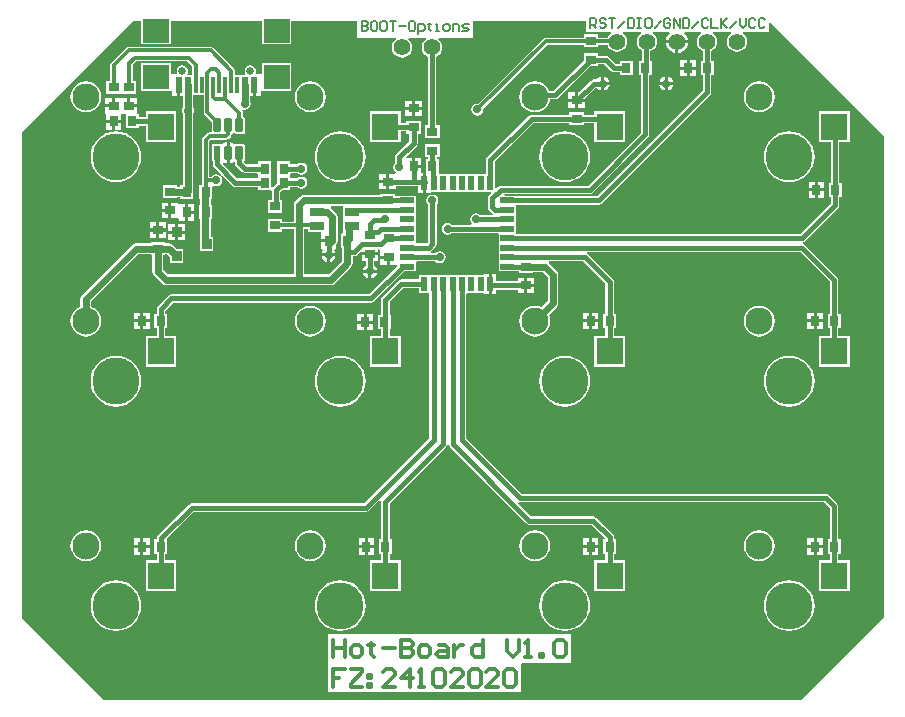
<source format=gtl>
G04*
G04 #@! TF.GenerationSoftware,Altium Limited,Altium Designer,19.1.8 (144)*
G04*
G04 Layer_Physical_Order=1*
G04 Layer_Color=255*
%FSLAX42Y42*%
%MOMM*%
G71*
G01*
G75*
%ADD26C,2.30*%
%ADD27R,2.30X2.30*%
%ADD28C,3.99*%
%ADD30R,0.60X1.35*%
%ADD31R,0.30X1.35*%
%ADD32R,2.18X2.00*%
%ADD33R,0.90X0.80*%
%ADD34R,0.80X0.90*%
%ADD35R,1.20X0.80*%
%ADD36R,0.89X0.89*%
%ADD37R,1.20X0.50*%
%ADD38R,0.50X1.20*%
G04:AMPARAMS|DCode=39|XSize=0.6mm|YSize=1.2mm|CornerRadius=0.06mm|HoleSize=0mm|Usage=FLASHONLY|Rotation=0.000|XOffset=0mm|YOffset=0mm|HoleType=Round|Shape=RoundedRectangle|*
%AMROUNDEDRECTD39*
21,1,0.60,1.08,0,0,0.0*
21,1,0.48,1.20,0,0,0.0*
1,1,0.12,0.24,-0.54*
1,1,0.12,-0.24,-0.54*
1,1,0.12,-0.24,0.54*
1,1,0.12,0.24,0.54*
%
%ADD39ROUNDEDRECTD39*%
%ADD40R,0.60X1.20*%
%ADD41C,0.40*%
%ADD42C,0.30*%
%ADD43C,0.60*%
%ADD44C,0.20*%
%ADD45C,0.18*%
%ADD46C,0.65*%
%ADD47C,1.40*%
%ADD48C,0.70*%
G36*
X2108Y2947D02*
X2093Y2936D01*
X2080Y2918D01*
X2071Y2897D01*
X2068Y2875D01*
X2071Y2853D01*
X2080Y2832D01*
X2093Y2814D01*
X2111Y2801D01*
X2119Y2798D01*
Y2710D01*
X2100D01*
Y2590D01*
X2119D01*
Y2460D01*
X1225Y1566D01*
X540D01*
Y1570D01*
X441D01*
X434Y1583D01*
X435Y1584D01*
X1160D01*
X1174Y1587D01*
X1185Y1595D01*
X1655Y2065D01*
X1663Y2076D01*
X1666Y2090D01*
Y2590D01*
X1685D01*
Y2710D01*
X1674D01*
Y2794D01*
X1689Y2801D01*
X1707Y2814D01*
X1720Y2832D01*
X1729Y2853D01*
X1732Y2875D01*
X1729Y2897D01*
X1720Y2918D01*
X1707Y2936D01*
X1692Y2947D01*
X1696Y2959D01*
X1833D01*
X1837Y2947D01*
X1832Y2943D01*
X1817Y2923D01*
X1807Y2900D01*
X1805Y2888D01*
X1900D01*
X1995D01*
X1993Y2900D01*
X1983Y2923D01*
X1968Y2943D01*
X1963Y2947D01*
X1967Y2959D01*
X2104D01*
X2108Y2947D01*
D02*
G37*
G36*
X1132Y2959D02*
X1342D01*
X1346Y2947D01*
X1331Y2936D01*
X1318Y2918D01*
X1314Y2908D01*
X1235D01*
Y2935D01*
X1115D01*
Y2908D01*
X788D01*
X776Y2906D01*
X766Y2899D01*
X216Y2350D01*
X210Y2351D01*
X190Y2347D01*
X174Y2336D01*
X163Y2320D01*
X159Y2300D01*
X163Y2280D01*
X174Y2264D01*
X190Y2253D01*
X210Y2249D01*
X230Y2253D01*
X246Y2264D01*
X257Y2280D01*
X261Y2300D01*
X260Y2306D01*
X800Y2847D01*
X1115D01*
Y2825D01*
X1235D01*
Y2847D01*
X1312D01*
X1318Y2832D01*
X1331Y2814D01*
X1349Y2801D01*
X1370Y2792D01*
X1392Y2789D01*
X1414Y2792D01*
X1435Y2801D01*
X1453Y2814D01*
X1466Y2832D01*
X1475Y2853D01*
X1478Y2875D01*
X1475Y2897D01*
X1466Y2918D01*
X1453Y2936D01*
X1438Y2947D01*
X1442Y2959D01*
X1596D01*
X1600Y2947D01*
X1585Y2936D01*
X1572Y2918D01*
X1563Y2897D01*
X1560Y2875D01*
X1563Y2853D01*
X1572Y2832D01*
X1585Y2814D01*
X1602Y2801D01*
Y2710D01*
X1575D01*
Y2590D01*
X1594D01*
Y2105D01*
X1145Y1656D01*
X410D01*
X396Y1653D01*
X385Y1645D01*
X372Y1632D01*
X360Y1637D01*
Y1750D01*
X356D01*
Y1855D01*
X685Y2184D01*
X990D01*
Y2165D01*
X1110D01*
Y2184D01*
X1201D01*
Y2024D01*
X1461D01*
Y2284D01*
X1201D01*
Y2256D01*
X1110D01*
Y2275D01*
X990D01*
Y2256D01*
X670D01*
X656Y2253D01*
X645Y2245D01*
X295Y1895D01*
X287Y1884D01*
X284Y1870D01*
Y1761D01*
X280Y1750D01*
X267Y1750D01*
X133D01*
X120Y1750D01*
X107Y1750D01*
X40Y1750D01*
X27Y1750D01*
X-40Y1750D01*
X-53Y1750D01*
X-108D01*
X-115Y1760D01*
Y1880D01*
X-134D01*
Y1895D01*
X-110D01*
Y2005D01*
X-230D01*
Y1895D01*
X-206D01*
Y1880D01*
X-225D01*
Y1760D01*
X-227D01*
Y1675D01*
Y1590D01*
X-201D01*
X-200Y1589D01*
X-191Y1587D01*
X-190Y1582D01*
X-192Y1575D01*
X-206Y1566D01*
X-217Y1550D01*
X-221Y1530D01*
X-217Y1510D01*
X-206Y1494D01*
X-206Y1494D01*
Y1175D01*
X-215Y1166D01*
X-299D01*
X-310Y1170D01*
X-310Y1183D01*
Y1237D01*
X-310Y1250D01*
X-310D01*
Y1250D01*
X-310D01*
Y1317D01*
X-310Y1330D01*
X-310D01*
Y1330D01*
X-310D01*
Y1410D01*
Y1477D01*
X-310Y1490D01*
X-310D01*
Y1490D01*
X-310D01*
Y1570D01*
X-460D01*
Y1566D01*
X-490D01*
Y1585D01*
X-610D01*
Y1576D01*
X-1260D01*
X-1278Y1572D01*
X-1292Y1562D01*
X-1332Y1522D01*
X-1342Y1508D01*
X-1346Y1490D01*
Y1351D01*
X-1440D01*
Y1375D01*
X-1560D01*
Y1265D01*
X-1440D01*
Y1289D01*
X-1346D01*
Y906D01*
X-2411D01*
X-2449Y944D01*
Y1065D01*
X-2435D01*
Y1074D01*
X-2418D01*
X-2396Y1053D01*
Y999D01*
X-2278D01*
Y1118D01*
X-2332D01*
X-2366Y1152D01*
X-2381Y1162D01*
X-2399Y1166D01*
X-2435D01*
Y1175D01*
X-2555D01*
Y1166D01*
X-2680D01*
X-2698Y1162D01*
X-2712Y1152D01*
X-3136Y728D01*
X-3146Y714D01*
X-3150Y696D01*
Y630D01*
X-3170Y621D01*
X-3197Y601D01*
X-3217Y574D01*
X-3231Y542D01*
X-3235Y508D01*
X-3231Y474D01*
X-3217Y442D01*
X-3197Y415D01*
X-3170Y395D01*
X-3138Y381D01*
X-3104Y377D01*
X-3070Y381D01*
X-3038Y395D01*
X-3011Y415D01*
X-2991Y442D01*
X-2977Y474D01*
X-2973Y508D01*
X-2977Y542D01*
X-2991Y574D01*
X-3011Y601D01*
X-3038Y621D01*
X-3058Y630D01*
Y677D01*
X-2661Y1074D01*
X-2555D01*
Y1065D01*
X-2541D01*
Y925D01*
X-2537Y907D01*
X-2527Y893D01*
X-2462Y828D01*
X-2448Y818D01*
X-2430Y814D01*
X-1030D01*
X-1012Y818D01*
X-998Y828D01*
X-858Y968D01*
X-848Y982D01*
X-844Y1000D01*
Y1059D01*
X-835D01*
X-821Y1062D01*
X-810Y1070D01*
X-782Y1097D01*
X-771Y1093D01*
X-700D01*
X-630D01*
Y1118D01*
X-621Y1121D01*
X-610Y1112D01*
Y1063D01*
X-540D01*
Y1050D01*
X-527D01*
Y985D01*
X-474D01*
X-468Y973D01*
X-705Y736D01*
X-2380D01*
X-2394Y733D01*
X-2405Y725D01*
X-2495Y635D01*
X-2503Y624D01*
X-2506Y610D01*
Y570D01*
X-2525D01*
Y450D01*
X-2506D01*
Y384D01*
X-2599D01*
Y124D01*
X-2339D01*
Y384D01*
X-2434D01*
Y450D01*
X-2415D01*
Y570D01*
X-2434D01*
Y595D01*
X-2365Y664D01*
X-690D01*
X-676Y667D01*
X-665Y675D01*
X-410Y930D01*
X-310D01*
Y997D01*
X-310Y1010D01*
X-299Y1014D01*
X-146D01*
X-146Y1014D01*
X-130Y1003D01*
X-110Y999D01*
X-90Y1003D01*
X-74Y1014D01*
X-63Y1030D01*
X-59Y1050D01*
X-63Y1070D01*
X-74Y1086D01*
X-90Y1097D01*
X-110Y1101D01*
X-130Y1097D01*
X-146Y1086D01*
X-146Y1086D01*
X-182D01*
X-184Y1089D01*
X-184Y1098D01*
X-175Y1105D01*
X-145Y1135D01*
X-137Y1146D01*
X-134Y1160D01*
Y1494D01*
X-134Y1494D01*
X-123Y1510D01*
X-119Y1530D01*
X-123Y1550D01*
X-134Y1566D01*
X-150Y1577D01*
X-170Y1581D01*
X-179Y1579D01*
X-182Y1582D01*
X-189Y1587D01*
X-188Y1589D01*
X-182Y1600D01*
X-53D01*
X-40Y1600D01*
X-27Y1600D01*
X40Y1600D01*
X53Y1600D01*
X120Y1600D01*
X133Y1600D01*
X267D01*
X280Y1600D01*
X293Y1600D01*
X323D01*
X328Y1588D01*
X311Y1572D01*
X304Y1560D01*
X301Y1547D01*
Y1473D01*
X304Y1460D01*
X311Y1448D01*
X335Y1425D01*
X344Y1418D01*
X344Y1409D01*
X342Y1406D01*
X236D01*
X236Y1406D01*
X220Y1417D01*
X200Y1421D01*
X180Y1417D01*
X164Y1406D01*
X153Y1390D01*
X149Y1370D01*
X153Y1350D01*
X161Y1338D01*
X155Y1326D01*
X-4D01*
X-4Y1326D01*
X-20Y1337D01*
X-40Y1341D01*
X-60Y1337D01*
X-76Y1326D01*
X-87Y1310D01*
X-91Y1290D01*
X-87Y1270D01*
X-76Y1254D01*
X-60Y1243D01*
X-40Y1239D01*
X-20Y1243D01*
X-4Y1254D01*
X-4Y1254D01*
X379D01*
X390Y1250D01*
X390Y1237D01*
X390Y1170D01*
X390Y1157D01*
Y1090D01*
Y1023D01*
X390Y1010D01*
X390D01*
Y1010D01*
X390D01*
Y930D01*
X540D01*
Y934D01*
X560D01*
Y915D01*
X680D01*
Y924D01*
X761D01*
X804Y881D01*
Y681D01*
X750Y626D01*
X730Y635D01*
X696Y639D01*
X662Y635D01*
X630Y621D01*
X603Y601D01*
X583Y574D01*
X569Y542D01*
X565Y508D01*
X569Y474D01*
X583Y442D01*
X603Y415D01*
X630Y395D01*
X662Y381D01*
X696Y377D01*
X730Y381D01*
X762Y395D01*
X789Y415D01*
X809Y442D01*
X823Y474D01*
X827Y508D01*
X823Y542D01*
X814Y562D01*
X882Y630D01*
X892Y644D01*
X896Y662D01*
Y900D01*
X892Y918D01*
X882Y932D01*
X813Y1002D01*
X814Y1005D01*
X818Y1014D01*
X1105D01*
X1295Y824D01*
Y570D01*
X1275D01*
Y450D01*
X1295D01*
Y384D01*
X1201D01*
Y124D01*
X1461D01*
Y384D01*
X1367D01*
Y450D01*
X1385D01*
Y570D01*
X1367D01*
Y839D01*
X1364Y853D01*
X1356Y864D01*
X1145Y1075D01*
X1136Y1082D01*
X1136Y1091D01*
X1138Y1094D01*
X2945D01*
X3195Y844D01*
Y570D01*
X3175D01*
Y450D01*
X3195D01*
Y384D01*
X3101D01*
Y124D01*
X3361D01*
Y384D01*
X3267D01*
Y450D01*
X3285D01*
Y570D01*
X3267D01*
Y859D01*
X3264Y873D01*
X3256Y884D01*
X2985Y1155D01*
X2974Y1163D01*
X2971Y1164D01*
Y1176D01*
X2974Y1177D01*
X2985Y1185D01*
X3265Y1465D01*
X3273Y1476D01*
X3276Y1490D01*
Y1560D01*
X3295D01*
Y1680D01*
X3276D01*
Y2024D01*
X3361D01*
Y2284D01*
X3101D01*
Y2024D01*
X3204D01*
Y1680D01*
X3185D01*
Y1560D01*
X3204D01*
Y1505D01*
X2945Y1246D01*
X551D01*
X540Y1250D01*
X540Y1263D01*
Y1317D01*
X540Y1330D01*
X540D01*
Y1330D01*
X540D01*
Y1410D01*
Y1490D01*
X551Y1494D01*
X1240D01*
X1254Y1497D01*
X1265Y1505D01*
X2180Y2420D01*
X2188Y2431D01*
X2191Y2445D01*
Y2590D01*
X2210D01*
Y2710D01*
X2190D01*
Y2798D01*
X2197Y2801D01*
X2215Y2814D01*
X2228Y2832D01*
X2237Y2853D01*
X2240Y2875D01*
X2237Y2897D01*
X2228Y2918D01*
X2215Y2936D01*
X2200Y2947D01*
X2204Y2959D01*
X2358D01*
X2362Y2947D01*
X2347Y2936D01*
X2334Y2918D01*
X2325Y2897D01*
X2322Y2875D01*
X2325Y2853D01*
X2334Y2832D01*
X2347Y2814D01*
X2365Y2801D01*
X2386Y2792D01*
X2408Y2789D01*
X2430Y2792D01*
X2451Y2801D01*
X2469Y2814D01*
X2482Y2832D01*
X2491Y2853D01*
X2494Y2875D01*
X2491Y2897D01*
X2482Y2918D01*
X2469Y2936D01*
X2454Y2947D01*
X2458Y2959D01*
X2678D01*
Y3032D01*
X2690Y3038D01*
X3649Y2079D01*
Y-2004D01*
X2954Y-2699D01*
X-2954D01*
X-3649Y-2004D01*
Y2104D01*
X-2704Y3049D01*
X-2635D01*
Y2853D01*
X-2387D01*
Y3049D01*
X-1613D01*
Y2853D01*
X-1365D01*
Y3049D01*
X-805D01*
Y2906D01*
X-482D01*
X-478Y2893D01*
X-488Y2886D01*
X-501Y2868D01*
X-510Y2847D01*
X-513Y2825D01*
X-510Y2803D01*
X-501Y2782D01*
X-488Y2764D01*
X-470Y2751D01*
X-449Y2742D01*
X-427Y2739D01*
X-405Y2742D01*
X-384Y2751D01*
X-366Y2764D01*
X-353Y2782D01*
X-344Y2803D01*
X-341Y2825D01*
X-344Y2847D01*
X-353Y2868D01*
X-366Y2886D01*
X-376Y2893D01*
X-372Y2906D01*
X-228D01*
X-224Y2893D01*
X-234Y2886D01*
X-247Y2868D01*
X-256Y2847D01*
X-259Y2825D01*
X-256Y2803D01*
X-247Y2782D01*
X-234Y2764D01*
X-216Y2751D01*
X-207Y2747D01*
Y2165D01*
X-230D01*
Y2055D01*
X-110D01*
Y2165D01*
X-136D01*
Y2748D01*
X-130Y2751D01*
X-112Y2764D01*
X-99Y2782D01*
X-90Y2803D01*
X-87Y2825D01*
X-90Y2847D01*
X-99Y2868D01*
X-112Y2886D01*
X-122Y2893D01*
X-118Y2906D01*
X171D01*
Y3049D01*
X1132D01*
Y2959D01*
D02*
G37*
G36*
X-930Y1380D02*
X-930D01*
Y1370D01*
X-930D01*
Y1260D01*
X-937Y1250D01*
X-945D01*
Y1130D01*
X-936D01*
Y1019D01*
X-1049Y906D01*
X-1254D01*
Y1289D01*
X-1220D01*
Y1260D01*
X-1115D01*
Y1203D01*
X-1050D01*
Y1177D01*
X-1115D01*
Y1120D01*
X-1105D01*
X-1098Y1107D01*
X-1107Y1094D01*
X-1109Y1083D01*
X-991D01*
X-993Y1094D01*
X-1002Y1107D01*
X-995Y1120D01*
X-985D01*
Y1162D01*
X-978Y1172D01*
X-974Y1190D01*
Y1390D01*
X-978Y1408D01*
X-988Y1422D01*
X-1028Y1462D01*
X-1031Y1465D01*
X-1033Y1482D01*
X-1032Y1484D01*
X-930D01*
Y1380D01*
D02*
G37*
%LPC*%
G36*
X1995Y2862D02*
X1913D01*
Y2780D01*
X1925Y2782D01*
X1948Y2792D01*
X1968Y2807D01*
X1983Y2827D01*
X1993Y2850D01*
X1995Y2862D01*
D02*
G37*
G36*
X1887D02*
X1805D01*
X1807Y2850D01*
X1817Y2827D01*
X1832Y2807D01*
X1852Y2792D01*
X1875Y2782D01*
X1887Y2780D01*
Y2862D01*
D02*
G37*
G36*
X2060Y2720D02*
X2008D01*
Y2663D01*
X2060D01*
Y2720D01*
D02*
G37*
G36*
X1982D02*
X1930D01*
Y2663D01*
X1982D01*
Y2720D01*
D02*
G37*
G36*
X2060Y2637D02*
X2008D01*
Y2580D01*
X2060D01*
Y2637D01*
D02*
G37*
G36*
X1982D02*
X1930D01*
Y2580D01*
X1982D01*
Y2637D01*
D02*
G37*
G36*
X1823Y2579D02*
Y2533D01*
X1869D01*
X1867Y2544D01*
X1854Y2564D01*
X1834Y2577D01*
X1823Y2579D01*
D02*
G37*
G36*
X1797D02*
X1786Y2577D01*
X1766Y2564D01*
X1753Y2544D01*
X1751Y2533D01*
X1797D01*
Y2579D01*
D02*
G37*
G36*
X1869Y2507D02*
X1823D01*
Y2461D01*
X1834Y2463D01*
X1854Y2476D01*
X1867Y2496D01*
X1869Y2507D01*
D02*
G37*
G36*
X1797D02*
X1751D01*
X1753Y2496D01*
X1766Y2476D01*
X1786Y2463D01*
X1797Y2461D01*
Y2507D01*
D02*
G37*
G36*
X1235Y2775D02*
X1115D01*
Y2715D01*
X856Y2457D01*
X816D01*
X809Y2474D01*
X789Y2501D01*
X762Y2521D01*
X730Y2535D01*
X696Y2539D01*
X662Y2535D01*
X630Y2521D01*
X603Y2501D01*
X583Y2474D01*
X569Y2442D01*
X565Y2408D01*
X569Y2374D01*
X583Y2342D01*
X603Y2315D01*
X630Y2295D01*
X662Y2281D01*
X696Y2277D01*
X730Y2281D01*
X762Y2295D01*
X789Y2315D01*
X809Y2342D01*
X823Y2374D01*
X824Y2385D01*
X871D01*
X885Y2388D01*
X896Y2396D01*
X1165Y2665D01*
X1235D01*
Y2684D01*
X1285D01*
X1345Y2625D01*
X1356Y2617D01*
X1370Y2614D01*
X1415D01*
Y2590D01*
X1525D01*
Y2710D01*
X1415D01*
Y2686D01*
X1385D01*
X1325Y2745D01*
X1314Y2753D01*
X1300Y2756D01*
X1235D01*
Y2775D01*
D02*
G37*
G36*
X-2048Y2833D02*
X-2048Y2833D01*
X-2742D01*
X-2754Y2831D01*
X-2764Y2824D01*
X-2764Y2824D01*
X-2892Y2697D01*
X-2898Y2687D01*
X-2901Y2675D01*
X-2901Y2675D01*
Y2545D01*
X-2930D01*
Y2435D01*
X-2810D01*
Y2435D01*
X-2800D01*
Y2435D01*
X-2680D01*
Y2545D01*
X-2709D01*
Y2677D01*
X-2677Y2709D01*
X-2248D01*
X-2206Y2667D01*
Y2590D01*
X-2240D01*
X-2247Y2603D01*
X-2244Y2606D01*
X-2241Y2625D01*
X-2244Y2644D01*
X-2255Y2659D01*
X-2270Y2670D01*
X-2289Y2673D01*
X-2308Y2670D01*
X-2323Y2659D01*
X-2334Y2644D01*
X-2337Y2625D01*
X-2335Y2613D01*
X-2344Y2600D01*
X-2374D01*
X-2375Y2600D01*
X-2387Y2603D01*
Y2690D01*
X-2635D01*
Y2460D01*
X-2388D01*
X-2387Y2460D01*
X-2375Y2457D01*
Y2415D01*
X-2333D01*
Y2508D01*
X-2307D01*
Y2415D01*
X-2286D01*
Y2311D01*
X-2287Y2310D01*
X-2291Y2290D01*
X-2287Y2270D01*
X-2286Y2269D01*
Y1660D01*
X-2305D01*
Y1648D01*
X-2333D01*
Y1660D01*
X-2452D01*
Y1550D01*
X-2333D01*
Y1557D01*
X-2305D01*
Y1540D01*
X-2195D01*
Y1606D01*
X-2194Y1610D01*
Y2269D01*
X-2193Y2270D01*
X-2189Y2290D01*
X-2193Y2310D01*
X-2194Y2311D01*
Y2425D01*
X-2106D01*
Y2275D01*
X-2106Y2275D01*
X-2103Y2263D01*
X-2097Y2253D01*
X-2040Y2197D01*
Y2111D01*
X-2045Y2106D01*
X-2057D01*
X-2069Y2103D01*
X-2079Y2097D01*
X-2079Y2097D01*
X-2112Y2064D01*
X-2118Y2054D01*
X-2121Y2042D01*
X-2121Y2042D01*
Y1700D01*
Y1660D01*
X-2145D01*
Y1540D01*
X-2137D01*
Y1490D01*
X-2145D01*
Y1370D01*
X-2137D01*
Y1219D01*
X-2142D01*
Y1101D01*
X-2024D01*
Y1219D01*
X-2046D01*
Y1370D01*
X-2035D01*
Y1490D01*
X-2046D01*
Y1540D01*
X-2035D01*
Y1648D01*
X-2022Y1655D01*
X-2020Y1653D01*
X-2000Y1649D01*
X-1980Y1653D01*
X-1964Y1664D01*
X-1953Y1680D01*
X-1949Y1700D01*
X-1953Y1720D01*
X-1963Y1734D01*
X-1953Y1743D01*
X-1865Y1655D01*
X-1854Y1647D01*
X-1840Y1644D01*
X-1645D01*
Y1620D01*
X-1543D01*
X-1533Y1616D01*
X-1531Y1609D01*
Y1535D01*
X-1560D01*
Y1425D01*
X-1440D01*
Y1535D01*
X-1459D01*
Y1600D01*
X-1440Y1620D01*
X-1375D01*
Y1644D01*
X-1316D01*
X-1316Y1644D01*
X-1300Y1633D01*
X-1280Y1629D01*
X-1260Y1633D01*
X-1244Y1644D01*
X-1233Y1660D01*
X-1229Y1680D01*
X-1233Y1700D01*
X-1244Y1716D01*
X-1260Y1727D01*
X-1280Y1731D01*
X-1300Y1727D01*
X-1316Y1716D01*
X-1316Y1716D01*
X-1366D01*
X-1375Y1725D01*
X-1375Y1740D01*
X-1375Y1755D01*
X-1366Y1764D01*
X-1316D01*
X-1316Y1764D01*
X-1300Y1753D01*
X-1280Y1749D01*
X-1260Y1753D01*
X-1244Y1764D01*
X-1233Y1780D01*
X-1229Y1800D01*
X-1233Y1820D01*
X-1244Y1836D01*
X-1260Y1847D01*
X-1280Y1851D01*
X-1300Y1847D01*
X-1316Y1836D01*
X-1316Y1836D01*
X-1375D01*
Y1860D01*
X-1485D01*
Y1753D01*
X-1485Y1740D01*
X-1485Y1727D01*
Y1675D01*
X-1520Y1640D01*
X-1522Y1637D01*
X-1535Y1641D01*
Y1727D01*
X-1535Y1740D01*
X-1535D01*
Y1740D01*
X-1535D01*
Y1860D01*
X-1645D01*
Y1836D01*
X-1745D01*
X-1762Y1853D01*
X-1766Y1866D01*
X-1761Y1873D01*
X-1760Y1881D01*
Y1989D01*
X-1761Y1997D01*
X-1766Y2004D01*
X-1773Y2009D01*
X-1781Y2010D01*
X-1829D01*
X-1837Y2009D01*
X-1853Y2012D01*
X-1853Y2012D01*
X-1864Y2019D01*
X-1876Y2021D01*
X-1887D01*
Y1935D01*
Y1849D01*
X-1876D01*
X-1864Y1851D01*
X-1853Y1858D01*
X-1841Y1854D01*
Y1845D01*
X-1838Y1831D01*
X-1830Y1820D01*
X-1785Y1775D01*
X-1774Y1767D01*
X-1760Y1764D01*
X-1654D01*
X-1645Y1755D01*
X-1645Y1740D01*
X-1645D01*
Y1740D01*
X-1645D01*
Y1716D01*
X-1825D01*
X-1950Y1840D01*
X-1947Y1851D01*
X-1940Y1854D01*
X-1940Y1854D01*
X-1936Y1851D01*
X-1924Y1849D01*
X-1913D01*
Y1935D01*
Y2021D01*
X-1924D01*
X-1936Y2019D01*
X-1940Y2016D01*
X-1950Y2010D01*
X-2040D01*
Y1860D01*
X-2031D01*
Y1835D01*
X-2028Y1821D01*
X-2020Y1810D01*
X-1957Y1747D01*
X-1966Y1737D01*
X-1980Y1747D01*
X-2000Y1751D01*
X-2020Y1747D01*
X-2036Y1736D01*
X-2040Y1731D01*
X-2059D01*
Y2030D01*
X-2045Y2044D01*
X-1918D01*
X-1918Y2044D01*
X-1906Y2047D01*
X-1896Y2053D01*
X-1878Y2071D01*
X-1878Y2071D01*
X-1872Y2081D01*
X-1870Y2091D01*
X-1868Y2091D01*
X-1861Y2096D01*
X-1860Y2098D01*
X-1845D01*
X-1844Y2096D01*
X-1837Y2091D01*
X-1829Y2090D01*
X-1781D01*
X-1773Y2091D01*
X-1766Y2096D01*
X-1761Y2103D01*
X-1760Y2111D01*
Y2219D01*
X-1761Y2227D01*
X-1766Y2234D01*
X-1773Y2239D01*
X-1774Y2239D01*
Y2273D01*
X-1777Y2284D01*
X-1781Y2290D01*
X-1774Y2302D01*
X-1760Y2299D01*
X-1740Y2303D01*
X-1724Y2314D01*
X-1713Y2330D01*
X-1709Y2350D01*
X-1713Y2370D01*
X-1714Y2371D01*
Y2415D01*
X-1693D01*
Y2508D01*
X-1667D01*
Y2415D01*
X-1625D01*
Y2457D01*
X-1613Y2460D01*
X-1612Y2460D01*
X-1365D01*
Y2690D01*
X-1613D01*
Y2603D01*
X-1625Y2600D01*
X-1626Y2600D01*
X-1656D01*
X-1665Y2613D01*
X-1663Y2625D01*
X-1666Y2644D01*
X-1677Y2659D01*
X-1692Y2670D01*
X-1711Y2673D01*
X-1730Y2670D01*
X-1745Y2659D01*
X-1756Y2644D01*
X-1759Y2625D01*
X-1756Y2606D01*
X-1753Y2603D01*
X-1760Y2590D01*
X-1844D01*
Y2630D01*
X-1844Y2630D01*
X-1847Y2642D01*
X-1853Y2652D01*
X-1853Y2652D01*
X-2026Y2824D01*
X-2036Y2831D01*
X-2048Y2833D01*
D02*
G37*
G36*
X1283Y2579D02*
Y2533D01*
X1329D01*
X1327Y2544D01*
X1314Y2564D01*
X1294Y2577D01*
X1283Y2579D01*
D02*
G37*
G36*
X1329Y2507D02*
X1283D01*
Y2461D01*
X1294Y2463D01*
X1314Y2476D01*
X1327Y2496D01*
X1329Y2507D01*
D02*
G37*
G36*
X1257Y2579D02*
X1246Y2577D01*
X1226Y2564D01*
X1221Y2556D01*
X1195D01*
X1181Y2553D01*
X1170Y2545D01*
X1070Y2445D01*
X1063D01*
Y2393D01*
X1120D01*
Y2395D01*
X1209Y2484D01*
X1222Y2483D01*
X1226Y2476D01*
X1246Y2463D01*
X1257Y2461D01*
Y2520D01*
Y2579D01*
D02*
G37*
G36*
X1037Y2445D02*
X980D01*
Y2393D01*
X1037D01*
Y2445D01*
D02*
G37*
G36*
X-2670Y2395D02*
X-2727D01*
Y2343D01*
X-2670D01*
Y2395D01*
D02*
G37*
G36*
X-2883D02*
X-2940D01*
Y2343D01*
X-2883D01*
Y2395D01*
D02*
G37*
G36*
X-260Y2375D02*
X-317D01*
Y2323D01*
X-260D01*
Y2375D01*
D02*
G37*
G36*
X-343D02*
X-400D01*
Y2323D01*
X-343D01*
Y2375D01*
D02*
G37*
G36*
X1120Y2367D02*
X1063D01*
Y2315D01*
X1120D01*
Y2367D01*
D02*
G37*
G36*
X1037D02*
X980D01*
Y2315D01*
X1037D01*
Y2367D01*
D02*
G37*
G36*
X2596Y2539D02*
X2562Y2535D01*
X2530Y2521D01*
X2503Y2501D01*
X2483Y2474D01*
X2469Y2442D01*
X2465Y2408D01*
X2469Y2374D01*
X2483Y2342D01*
X2503Y2315D01*
X2530Y2295D01*
X2562Y2281D01*
X2596Y2277D01*
X2630Y2281D01*
X2662Y2295D01*
X2689Y2315D01*
X2709Y2342D01*
X2723Y2374D01*
X2727Y2408D01*
X2723Y2442D01*
X2709Y2474D01*
X2689Y2501D01*
X2662Y2521D01*
X2630Y2535D01*
X2596Y2539D01*
D02*
G37*
G36*
X-1204D02*
X-1238Y2535D01*
X-1270Y2521D01*
X-1297Y2501D01*
X-1317Y2474D01*
X-1331Y2442D01*
X-1335Y2408D01*
X-1331Y2374D01*
X-1317Y2342D01*
X-1297Y2315D01*
X-1270Y2295D01*
X-1238Y2281D01*
X-1204Y2277D01*
X-1170Y2281D01*
X-1138Y2295D01*
X-1111Y2315D01*
X-1091Y2342D01*
X-1077Y2374D01*
X-1073Y2408D01*
X-1077Y2442D01*
X-1091Y2474D01*
X-1111Y2501D01*
X-1138Y2521D01*
X-1170Y2535D01*
X-1204Y2539D01*
D02*
G37*
G36*
X-3104D02*
X-3138Y2535D01*
X-3170Y2521D01*
X-3197Y2501D01*
X-3217Y2474D01*
X-3231Y2442D01*
X-3235Y2408D01*
X-3231Y2374D01*
X-3217Y2342D01*
X-3197Y2315D01*
X-3170Y2295D01*
X-3138Y2281D01*
X-3104Y2277D01*
X-3070Y2281D01*
X-3038Y2295D01*
X-3011Y2315D01*
X-2991Y2342D01*
X-2977Y2374D01*
X-2973Y2408D01*
X-2977Y2442D01*
X-2991Y2474D01*
X-3011Y2501D01*
X-3038Y2521D01*
X-3070Y2535D01*
X-3104Y2539D01*
D02*
G37*
G36*
X-260Y2297D02*
X-317D01*
Y2245D01*
X-260D01*
Y2297D01*
D02*
G37*
G36*
X-343D02*
X-400D01*
Y2245D01*
X-343D01*
Y2297D01*
D02*
G37*
G36*
X-2805Y2187D02*
X-2857D01*
Y2130D01*
X-2805D01*
Y2187D01*
D02*
G37*
G36*
X-2883D02*
X-2935D01*
Y2130D01*
X-2883D01*
Y2187D01*
D02*
G37*
G36*
X-2753Y2395D02*
X-2857D01*
Y2330D01*
X-2870D01*
Y2317D01*
X-2940D01*
Y2265D01*
X-2935D01*
Y2213D01*
X-2870D01*
X-2805D01*
Y2265D01*
X-2776D01*
X-2765Y2260D01*
X-2765Y2252D01*
Y2140D01*
X-2655D01*
Y2164D01*
X-2599D01*
Y2024D01*
X-2339D01*
Y2284D01*
X-2599D01*
Y2236D01*
X-2655D01*
Y2260D01*
X-2659D01*
X-2670Y2265D01*
X-2670Y2273D01*
Y2317D01*
X-2740D01*
Y2330D01*
X-2753D01*
Y2395D01*
D02*
G37*
G36*
X-265Y1890D02*
X-317D01*
Y1833D01*
X-265D01*
Y1890D01*
D02*
G37*
G36*
X-563Y1755D02*
X-620D01*
Y1703D01*
X-563D01*
Y1755D01*
D02*
G37*
G36*
X2850Y2115D02*
X2808Y2111D01*
X2768Y2099D01*
X2730Y2079D01*
X2698Y2052D01*
X2671Y2020D01*
X2651Y1982D01*
X2639Y1942D01*
X2635Y1900D01*
X2639Y1858D01*
X2651Y1818D01*
X2671Y1780D01*
X2698Y1748D01*
X2730Y1721D01*
X2768Y1701D01*
X2808Y1689D01*
X2850Y1685D01*
X2892Y1689D01*
X2932Y1701D01*
X2970Y1721D01*
X3002Y1748D01*
X3029Y1780D01*
X3049Y1818D01*
X3061Y1858D01*
X3065Y1900D01*
X3061Y1942D01*
X3049Y1982D01*
X3029Y2020D01*
X3002Y2052D01*
X2970Y2079D01*
X2932Y2099D01*
X2892Y2111D01*
X2850Y2115D01*
D02*
G37*
G36*
X950D02*
X908Y2111D01*
X868Y2099D01*
X830Y2079D01*
X798Y2052D01*
X771Y2020D01*
X751Y1982D01*
X739Y1942D01*
X735Y1900D01*
X739Y1858D01*
X751Y1818D01*
X771Y1780D01*
X798Y1748D01*
X830Y1721D01*
X868Y1701D01*
X908Y1689D01*
X950Y1685D01*
X992Y1689D01*
X1032Y1701D01*
X1070Y1721D01*
X1102Y1748D01*
X1129Y1780D01*
X1149Y1818D01*
X1161Y1858D01*
X1165Y1900D01*
X1161Y1942D01*
X1149Y1982D01*
X1129Y2020D01*
X1102Y2052D01*
X1070Y2079D01*
X1032Y2099D01*
X992Y2111D01*
X950Y2115D01*
D02*
G37*
G36*
X-950D02*
X-992Y2111D01*
X-1032Y2099D01*
X-1070Y2079D01*
X-1102Y2052D01*
X-1129Y2020D01*
X-1149Y1982D01*
X-1161Y1942D01*
X-1165Y1900D01*
X-1161Y1858D01*
X-1149Y1818D01*
X-1129Y1780D01*
X-1102Y1748D01*
X-1070Y1721D01*
X-1032Y1701D01*
X-992Y1689D01*
X-950Y1685D01*
X-908Y1689D01*
X-868Y1701D01*
X-830Y1721D01*
X-798Y1748D01*
X-771Y1780D01*
X-751Y1818D01*
X-739Y1858D01*
X-735Y1900D01*
X-739Y1942D01*
X-751Y1982D01*
X-771Y2020D01*
X-798Y2052D01*
X-830Y2079D01*
X-868Y2099D01*
X-908Y2111D01*
X-950Y2115D01*
D02*
G37*
G36*
X-2850D02*
X-2892Y2111D01*
X-2932Y2099D01*
X-2970Y2079D01*
X-3002Y2052D01*
X-3029Y2020D01*
X-3049Y1982D01*
X-3061Y1942D01*
X-3065Y1900D01*
X-3061Y1858D01*
X-3049Y1818D01*
X-3029Y1780D01*
X-3002Y1748D01*
X-2970Y1721D01*
X-2932Y1701D01*
X-2892Y1689D01*
X-2850Y1685D01*
X-2808Y1689D01*
X-2768Y1701D01*
X-2730Y1721D01*
X-2698Y1748D01*
X-2671Y1780D01*
X-2651Y1818D01*
X-2639Y1858D01*
X-2635Y1900D01*
X-2639Y1942D01*
X-2651Y1982D01*
X-2671Y2020D01*
X-2698Y2052D01*
X-2730Y2079D01*
X-2768Y2099D01*
X-2808Y2111D01*
X-2850Y2115D01*
D02*
G37*
G36*
X3145Y1690D02*
X3093D01*
Y1633D01*
X3145D01*
Y1690D01*
D02*
G37*
G36*
X3067D02*
X3015D01*
Y1633D01*
X3067D01*
Y1690D01*
D02*
G37*
G36*
X-563Y1677D02*
X-620D01*
Y1625D01*
X-563D01*
Y1677D01*
D02*
G37*
G36*
X-439Y2284D02*
X-699D01*
Y2024D01*
X-439D01*
Y2114D01*
X-390D01*
Y2095D01*
X-366D01*
Y2035D01*
X-475Y1925D01*
X-483Y1914D01*
X-486Y1900D01*
Y1846D01*
X-486Y1846D01*
X-497Y1830D01*
X-501Y1810D01*
X-497Y1790D01*
X-486Y1774D01*
X-481Y1771D01*
X-481Y1768D01*
X-491Y1755D01*
X-537D01*
Y1690D01*
Y1625D01*
X-480D01*
Y1654D01*
X-290D01*
Y1590D01*
X-253D01*
Y1675D01*
Y1760D01*
X-265D01*
Y1807D01*
X-330D01*
Y1820D01*
X-343D01*
Y1890D01*
X-391D01*
X-397Y1902D01*
X-305Y1995D01*
X-297Y2006D01*
X-294Y2020D01*
Y2095D01*
X-270D01*
Y2205D01*
X-390D01*
Y2186D01*
X-439D01*
Y2284D01*
D02*
G37*
G36*
X3145Y1607D02*
X3093D01*
Y1550D01*
X3145D01*
Y1607D01*
D02*
G37*
G36*
X3067D02*
X3015D01*
Y1550D01*
X3067D01*
Y1607D01*
D02*
G37*
G36*
X-2405Y1510D02*
X-2463D01*
Y1458D01*
X-2405D01*
Y1510D01*
D02*
G37*
G36*
X-2237Y1500D02*
Y1443D01*
X-2185D01*
Y1500D01*
X-2237D01*
D02*
G37*
G36*
X-2405Y1432D02*
X-2463D01*
Y1380D01*
X-2405D01*
Y1432D01*
D02*
G37*
G36*
X-2185Y1417D02*
X-2237D01*
Y1360D01*
X-2185D01*
Y1417D01*
D02*
G37*
G36*
X-2322Y1510D02*
X-2380D01*
Y1445D01*
Y1380D01*
X-2328D01*
X-2322Y1380D01*
X-2315Y1370D01*
Y1360D01*
X-2263D01*
Y1430D01*
Y1500D01*
X-2309D01*
X-2315Y1500D01*
X-2322Y1510D01*
Y1510D01*
D02*
G37*
G36*
X-2425Y1345D02*
X-2482D01*
Y1293D01*
X-2425D01*
Y1345D01*
D02*
G37*
G36*
X-2508D02*
X-2565D01*
Y1293D01*
X-2508D01*
Y1345D01*
D02*
G37*
G36*
X-2267Y1331D02*
X-2324D01*
Y1274D01*
X-2267D01*
Y1331D01*
D02*
G37*
G36*
X-2350D02*
X-2407D01*
Y1274D01*
X-2350D01*
Y1331D01*
D02*
G37*
G36*
X-2425Y1267D02*
X-2482D01*
Y1215D01*
X-2425D01*
Y1267D01*
D02*
G37*
G36*
X-2508D02*
X-2565D01*
Y1215D01*
X-2508D01*
Y1267D01*
D02*
G37*
G36*
X-2267Y1249D02*
X-2324D01*
Y1192D01*
X-2267D01*
Y1249D01*
D02*
G37*
G36*
X-2350D02*
X-2407D01*
Y1192D01*
X-2350D01*
Y1249D01*
D02*
G37*
G36*
X-553Y1037D02*
X-610D01*
Y985D01*
X-553D01*
Y1037D01*
D02*
G37*
G36*
X-630Y1067D02*
X-700D01*
X-770D01*
Y1015D01*
X-736D01*
Y979D01*
X-744Y974D01*
X-757Y954D01*
X-759Y943D01*
X-641D01*
X-643Y954D01*
X-656Y974D01*
X-664Y979D01*
Y1015D01*
X-630D01*
Y1067D01*
D02*
G37*
G36*
X307Y910D02*
X270D01*
Y900D01*
X133D01*
X120Y900D01*
X107Y900D01*
X40Y900D01*
X27Y900D01*
X-40Y900D01*
X-53Y900D01*
X-187D01*
X-200Y900D01*
X-213Y900D01*
X-280D01*
Y861D01*
X-435D01*
X-449Y858D01*
X-460Y850D01*
X-594Y716D01*
X-602Y705D01*
X-605Y691D01*
Y560D01*
X-635D01*
Y440D01*
X-605D01*
Y384D01*
X-699D01*
Y124D01*
X-439D01*
Y384D01*
X-533D01*
Y440D01*
X-525D01*
Y560D01*
X-533D01*
Y676D01*
X-420Y789D01*
X-280D01*
Y750D01*
X-200Y750D01*
X-196Y739D01*
Y-485D01*
X-745Y-1034D01*
X-2210D01*
X-2224Y-1037D01*
X-2235Y-1045D01*
X-2494Y-1304D01*
X-2502Y-1315D01*
X-2505Y-1329D01*
Y-1340D01*
X-2525D01*
Y-1460D01*
X-2505D01*
Y-1516D01*
X-2599D01*
Y-1776D01*
X-2339D01*
Y-1516D01*
X-2433D01*
Y-1460D01*
X-2415D01*
Y-1340D01*
X-2415D01*
X-2419Y-1330D01*
X-2195Y-1106D01*
X-730D01*
X-716Y-1103D01*
X-705Y-1095D01*
X-615Y-1005D01*
X-603Y-1012D01*
X-605Y-1019D01*
Y-1340D01*
X-625D01*
Y-1460D01*
X-605D01*
Y-1516D01*
X-699D01*
Y-1776D01*
X-439D01*
Y-1516D01*
X-533D01*
Y-1460D01*
X-515D01*
Y-1340D01*
X-533D01*
Y-1034D01*
X-55Y-555D01*
X-47Y-544D01*
X-46Y-541D01*
X-34D01*
X-33Y-544D01*
X-25Y-555D01*
X625Y-1205D01*
X636Y-1213D01*
X650Y-1216D01*
X1175D01*
X1287Y-1327D01*
X1282Y-1340D01*
X1275D01*
Y-1460D01*
X1295D01*
Y-1516D01*
X1201D01*
Y-1776D01*
X1461D01*
Y-1516D01*
X1367D01*
Y-1460D01*
X1385D01*
Y-1340D01*
X1367D01*
Y-1321D01*
X1364Y-1307D01*
X1356Y-1296D01*
X1215Y-1155D01*
X1204Y-1147D01*
X1190Y-1144D01*
X665D01*
X556Y-1036D01*
X563Y-1024D01*
X570Y-1026D01*
X3145D01*
X3195Y-1076D01*
Y-1340D01*
X3175D01*
Y-1460D01*
X3195D01*
Y-1516D01*
X3101D01*
Y-1776D01*
X3361D01*
Y-1516D01*
X3267D01*
Y-1460D01*
X3285D01*
Y-1340D01*
X3267D01*
Y-1061D01*
X3264Y-1047D01*
X3256Y-1036D01*
X3185Y-965D01*
X3174Y-957D01*
X3160Y-954D01*
X585D01*
X116Y-485D01*
Y739D01*
X120Y750D01*
X133Y750D01*
X270D01*
Y740D01*
X307D01*
Y825D01*
Y910D01*
D02*
G37*
G36*
X-641Y917D02*
X-687D01*
Y871D01*
X-676Y873D01*
X-656Y886D01*
X-643Y906D01*
X-641Y917D01*
D02*
G37*
G36*
X-713D02*
X-759D01*
X-757Y906D01*
X-744Y886D01*
X-724Y873D01*
X-713Y871D01*
Y917D01*
D02*
G37*
G36*
X690Y875D02*
X633D01*
Y823D01*
X690D01*
Y875D01*
D02*
G37*
G36*
Y797D02*
X633D01*
Y745D01*
X690D01*
Y797D01*
D02*
G37*
G36*
X370Y910D02*
X333D01*
Y825D01*
Y740D01*
X370D01*
Y774D01*
X550D01*
Y745D01*
X607D01*
Y810D01*
Y875D01*
X550D01*
Y846D01*
X370D01*
Y910D01*
D02*
G37*
G36*
X3135Y580D02*
X3083D01*
Y523D01*
X3135D01*
Y580D01*
D02*
G37*
G36*
X-2565D02*
X-2617D01*
Y523D01*
X-2565D01*
Y580D01*
D02*
G37*
G36*
X3057D02*
X3005D01*
Y523D01*
X3057D01*
Y580D01*
D02*
G37*
G36*
X-2643D02*
X-2695D01*
Y523D01*
X-2643D01*
Y580D01*
D02*
G37*
G36*
X1235D02*
X1183D01*
Y523D01*
X1235D01*
Y580D01*
D02*
G37*
G36*
X1157D02*
X1105D01*
Y523D01*
X1157D01*
Y580D01*
D02*
G37*
G36*
X-675Y570D02*
X-727D01*
Y513D01*
X-675D01*
Y570D01*
D02*
G37*
G36*
X-753D02*
X-805D01*
Y513D01*
X-753D01*
Y570D01*
D02*
G37*
G36*
X3135Y497D02*
X3083D01*
Y440D01*
X3135D01*
Y497D01*
D02*
G37*
G36*
X3057D02*
X3005D01*
Y440D01*
X3057D01*
Y497D01*
D02*
G37*
G36*
X1235Y497D02*
X1183D01*
Y440D01*
X1235D01*
Y497D01*
D02*
G37*
G36*
X1157D02*
X1105D01*
Y440D01*
X1157D01*
Y497D01*
D02*
G37*
G36*
X-2565Y497D02*
X-2617D01*
Y440D01*
X-2565D01*
Y497D01*
D02*
G37*
G36*
X-2643D02*
X-2695D01*
Y440D01*
X-2643D01*
Y497D01*
D02*
G37*
G36*
X-675Y487D02*
X-727D01*
Y430D01*
X-675D01*
Y487D01*
D02*
G37*
G36*
X-753D02*
X-805D01*
Y430D01*
X-753D01*
Y487D01*
D02*
G37*
G36*
X2596Y639D02*
X2562Y635D01*
X2530Y621D01*
X2503Y601D01*
X2483Y574D01*
X2469Y542D01*
X2465Y508D01*
X2469Y474D01*
X2483Y442D01*
X2503Y415D01*
X2530Y395D01*
X2562Y381D01*
X2596Y377D01*
X2630Y381D01*
X2662Y395D01*
X2689Y415D01*
X2709Y442D01*
X2723Y474D01*
X2727Y508D01*
X2723Y542D01*
X2709Y574D01*
X2689Y601D01*
X2662Y621D01*
X2630Y635D01*
X2596Y639D01*
D02*
G37*
G36*
X-1204D02*
X-1238Y635D01*
X-1270Y621D01*
X-1297Y601D01*
X-1317Y574D01*
X-1331Y542D01*
X-1335Y508D01*
X-1331Y474D01*
X-1317Y442D01*
X-1297Y415D01*
X-1270Y395D01*
X-1238Y381D01*
X-1204Y377D01*
X-1170Y381D01*
X-1138Y395D01*
X-1111Y415D01*
X-1091Y442D01*
X-1077Y474D01*
X-1073Y508D01*
X-1077Y542D01*
X-1091Y574D01*
X-1111Y601D01*
X-1138Y621D01*
X-1170Y635D01*
X-1204Y639D01*
D02*
G37*
G36*
X2850Y215D02*
X2808Y211D01*
X2768Y199D01*
X2730Y179D01*
X2698Y152D01*
X2671Y120D01*
X2651Y82D01*
X2639Y42D01*
X2635Y-0D01*
X2639Y-42D01*
X2651Y-82D01*
X2671Y-120D01*
X2698Y-152D01*
X2730Y-179D01*
X2768Y-199D01*
X2808Y-211D01*
X2850Y-215D01*
X2892Y-211D01*
X2932Y-199D01*
X2970Y-179D01*
X3002Y-152D01*
X3029Y-120D01*
X3049Y-82D01*
X3061Y-42D01*
X3065Y-0D01*
X3061Y42D01*
X3049Y82D01*
X3029Y120D01*
X3002Y152D01*
X2970Y179D01*
X2932Y199D01*
X2892Y211D01*
X2850Y215D01*
D02*
G37*
G36*
X950D02*
X908Y211D01*
X868Y199D01*
X830Y179D01*
X798Y152D01*
X771Y120D01*
X751Y82D01*
X739Y42D01*
X735Y-0D01*
X739Y-42D01*
X751Y-82D01*
X771Y-120D01*
X798Y-152D01*
X830Y-179D01*
X868Y-199D01*
X908Y-211D01*
X950Y-215D01*
X992Y-211D01*
X1032Y-199D01*
X1070Y-179D01*
X1102Y-152D01*
X1129Y-120D01*
X1149Y-82D01*
X1161Y-42D01*
X1165Y-0D01*
X1161Y42D01*
X1149Y82D01*
X1129Y120D01*
X1102Y152D01*
X1070Y179D01*
X1032Y199D01*
X992Y211D01*
X950Y215D01*
D02*
G37*
G36*
X-950D02*
X-992Y211D01*
X-1032Y199D01*
X-1070Y179D01*
X-1102Y152D01*
X-1129Y120D01*
X-1149Y82D01*
X-1161Y42D01*
X-1165Y-0D01*
X-1161Y-42D01*
X-1149Y-82D01*
X-1129Y-120D01*
X-1102Y-152D01*
X-1070Y-179D01*
X-1032Y-199D01*
X-992Y-211D01*
X-950Y-215D01*
X-908Y-211D01*
X-868Y-199D01*
X-830Y-179D01*
X-798Y-152D01*
X-771Y-120D01*
X-751Y-82D01*
X-739Y-42D01*
X-735Y-0D01*
X-739Y42D01*
X-751Y82D01*
X-771Y120D01*
X-798Y152D01*
X-830Y179D01*
X-868Y199D01*
X-908Y211D01*
X-950Y215D01*
D02*
G37*
G36*
X-2850D02*
X-2892Y211D01*
X-2932Y199D01*
X-2970Y179D01*
X-3002Y152D01*
X-3029Y120D01*
X-3049Y82D01*
X-3061Y42D01*
X-3065Y-0D01*
X-3061Y-42D01*
X-3049Y-82D01*
X-3029Y-120D01*
X-3002Y-152D01*
X-2970Y-179D01*
X-2932Y-199D01*
X-2892Y-211D01*
X-2850Y-215D01*
X-2808Y-211D01*
X-2768Y-199D01*
X-2730Y-179D01*
X-2698Y-152D01*
X-2671Y-120D01*
X-2651Y-82D01*
X-2639Y-42D01*
X-2635Y-0D01*
X-2639Y42D01*
X-2651Y82D01*
X-2671Y120D01*
X-2698Y152D01*
X-2730Y179D01*
X-2768Y199D01*
X-2808Y211D01*
X-2850Y215D01*
D02*
G37*
G36*
X-2565Y-1330D02*
X-2617D01*
Y-1387D01*
X-2565D01*
Y-1330D01*
D02*
G37*
G36*
X3135D02*
X3083D01*
Y-1387D01*
X3135D01*
Y-1330D01*
D02*
G37*
G36*
X1235D02*
X1183D01*
Y-1387D01*
X1235D01*
Y-1330D01*
D02*
G37*
G36*
X-665D02*
X-717D01*
Y-1387D01*
X-665D01*
Y-1330D01*
D02*
G37*
G36*
X-2643D02*
X-2695D01*
Y-1387D01*
X-2643D01*
Y-1330D01*
D02*
G37*
G36*
X3057D02*
X3005D01*
Y-1387D01*
X3057D01*
Y-1330D01*
D02*
G37*
G36*
X1157D02*
X1105D01*
Y-1387D01*
X1157D01*
Y-1330D01*
D02*
G37*
G36*
X-743D02*
X-795D01*
Y-1387D01*
X-743D01*
Y-1330D01*
D02*
G37*
G36*
X3135Y-1413D02*
X3083D01*
Y-1470D01*
X3135D01*
Y-1413D01*
D02*
G37*
G36*
X3057D02*
X3005D01*
Y-1470D01*
X3057D01*
Y-1413D01*
D02*
G37*
G36*
X1235D02*
X1183D01*
Y-1470D01*
X1235D01*
Y-1413D01*
D02*
G37*
G36*
X1157D02*
X1105D01*
Y-1470D01*
X1157D01*
Y-1413D01*
D02*
G37*
G36*
X-665D02*
X-717D01*
Y-1470D01*
X-665D01*
Y-1413D01*
D02*
G37*
G36*
X-743D02*
X-795D01*
Y-1470D01*
X-743D01*
Y-1413D01*
D02*
G37*
G36*
X-2565D02*
X-2617D01*
Y-1470D01*
X-2565D01*
Y-1413D01*
D02*
G37*
G36*
X-2643D02*
X-2695D01*
Y-1470D01*
X-2643D01*
Y-1413D01*
D02*
G37*
G36*
X2596Y-1261D02*
X2562Y-1265D01*
X2530Y-1279D01*
X2503Y-1299D01*
X2483Y-1326D01*
X2469Y-1358D01*
X2465Y-1392D01*
X2469Y-1426D01*
X2483Y-1458D01*
X2503Y-1485D01*
X2530Y-1505D01*
X2562Y-1519D01*
X2596Y-1523D01*
X2630Y-1519D01*
X2662Y-1505D01*
X2689Y-1485D01*
X2709Y-1458D01*
X2723Y-1426D01*
X2727Y-1392D01*
X2723Y-1358D01*
X2709Y-1326D01*
X2689Y-1299D01*
X2662Y-1279D01*
X2630Y-1265D01*
X2596Y-1261D01*
D02*
G37*
G36*
X696D02*
X662Y-1265D01*
X630Y-1279D01*
X603Y-1299D01*
X583Y-1326D01*
X569Y-1358D01*
X565Y-1392D01*
X569Y-1426D01*
X583Y-1458D01*
X603Y-1485D01*
X630Y-1505D01*
X662Y-1519D01*
X696Y-1523D01*
X730Y-1519D01*
X762Y-1505D01*
X789Y-1485D01*
X809Y-1458D01*
X823Y-1426D01*
X827Y-1392D01*
X823Y-1358D01*
X809Y-1326D01*
X789Y-1299D01*
X762Y-1279D01*
X730Y-1265D01*
X696Y-1261D01*
D02*
G37*
G36*
X-1204D02*
X-1238Y-1265D01*
X-1270Y-1279D01*
X-1297Y-1299D01*
X-1317Y-1326D01*
X-1331Y-1358D01*
X-1335Y-1392D01*
X-1331Y-1426D01*
X-1317Y-1458D01*
X-1297Y-1485D01*
X-1270Y-1505D01*
X-1238Y-1519D01*
X-1204Y-1523D01*
X-1170Y-1519D01*
X-1138Y-1505D01*
X-1111Y-1485D01*
X-1091Y-1458D01*
X-1077Y-1426D01*
X-1073Y-1392D01*
X-1077Y-1358D01*
X-1091Y-1326D01*
X-1111Y-1299D01*
X-1138Y-1279D01*
X-1170Y-1265D01*
X-1204Y-1261D01*
D02*
G37*
G36*
X-3104D02*
X-3138Y-1265D01*
X-3170Y-1279D01*
X-3197Y-1299D01*
X-3217Y-1326D01*
X-3231Y-1358D01*
X-3235Y-1392D01*
X-3231Y-1426D01*
X-3217Y-1458D01*
X-3197Y-1485D01*
X-3170Y-1505D01*
X-3138Y-1519D01*
X-3104Y-1523D01*
X-3070Y-1519D01*
X-3038Y-1505D01*
X-3011Y-1485D01*
X-2991Y-1458D01*
X-2977Y-1426D01*
X-2973Y-1392D01*
X-2977Y-1358D01*
X-2991Y-1326D01*
X-3011Y-1299D01*
X-3038Y-1279D01*
X-3070Y-1265D01*
X-3104Y-1261D01*
D02*
G37*
G36*
X2850Y-1685D02*
X2808Y-1689D01*
X2768Y-1701D01*
X2730Y-1721D01*
X2698Y-1748D01*
X2671Y-1780D01*
X2651Y-1818D01*
X2639Y-1858D01*
X2635Y-1900D01*
X2639Y-1942D01*
X2651Y-1982D01*
X2671Y-2020D01*
X2698Y-2052D01*
X2730Y-2079D01*
X2768Y-2099D01*
X2808Y-2111D01*
X2850Y-2115D01*
X2892Y-2111D01*
X2932Y-2099D01*
X2970Y-2079D01*
X3002Y-2052D01*
X3029Y-2020D01*
X3049Y-1982D01*
X3061Y-1942D01*
X3065Y-1900D01*
X3061Y-1858D01*
X3049Y-1818D01*
X3029Y-1780D01*
X3002Y-1748D01*
X2970Y-1721D01*
X2932Y-1701D01*
X2892Y-1689D01*
X2850Y-1685D01*
D02*
G37*
G36*
X950D02*
X908Y-1689D01*
X868Y-1701D01*
X830Y-1721D01*
X798Y-1748D01*
X771Y-1780D01*
X751Y-1818D01*
X739Y-1858D01*
X735Y-1900D01*
X739Y-1942D01*
X751Y-1982D01*
X771Y-2020D01*
X798Y-2052D01*
X830Y-2079D01*
X868Y-2099D01*
X908Y-2111D01*
X950Y-2115D01*
X992Y-2111D01*
X1032Y-2099D01*
X1070Y-2079D01*
X1102Y-2052D01*
X1129Y-2020D01*
X1149Y-1982D01*
X1161Y-1942D01*
X1165Y-1900D01*
X1161Y-1858D01*
X1149Y-1818D01*
X1129Y-1780D01*
X1102Y-1748D01*
X1070Y-1721D01*
X1032Y-1701D01*
X992Y-1689D01*
X950Y-1685D01*
D02*
G37*
G36*
X-950D02*
X-992Y-1689D01*
X-1032Y-1701D01*
X-1070Y-1721D01*
X-1102Y-1748D01*
X-1129Y-1780D01*
X-1149Y-1818D01*
X-1161Y-1858D01*
X-1165Y-1900D01*
X-1161Y-1942D01*
X-1149Y-1982D01*
X-1129Y-2020D01*
X-1102Y-2052D01*
X-1070Y-2079D01*
X-1032Y-2099D01*
X-992Y-2111D01*
X-950Y-2115D01*
X-908Y-2111D01*
X-868Y-2099D01*
X-830Y-2079D01*
X-798Y-2052D01*
X-771Y-2020D01*
X-751Y-1982D01*
X-739Y-1942D01*
X-735Y-1900D01*
X-739Y-1858D01*
X-751Y-1818D01*
X-771Y-1780D01*
X-798Y-1748D01*
X-830Y-1721D01*
X-868Y-1701D01*
X-908Y-1689D01*
X-950Y-1685D01*
D02*
G37*
G36*
X-2850D02*
X-2892Y-1689D01*
X-2932Y-1701D01*
X-2970Y-1721D01*
X-3002Y-1748D01*
X-3029Y-1780D01*
X-3049Y-1818D01*
X-3061Y-1858D01*
X-3065Y-1900D01*
X-3061Y-1942D01*
X-3049Y-1982D01*
X-3029Y-2020D01*
X-3002Y-2052D01*
X-2970Y-2079D01*
X-2932Y-2099D01*
X-2892Y-2111D01*
X-2850Y-2115D01*
X-2808Y-2111D01*
X-2768Y-2099D01*
X-2730Y-2079D01*
X-2698Y-2052D01*
X-2671Y-2020D01*
X-2651Y-1982D01*
X-2639Y-1942D01*
X-2635Y-1900D01*
X-2639Y-1858D01*
X-2651Y-1818D01*
X-2671Y-1780D01*
X-2698Y-1748D01*
X-2730Y-1721D01*
X-2768Y-1701D01*
X-2808Y-1689D01*
X-2850Y-1685D01*
D02*
G37*
G36*
X1007Y-2143D02*
X-1057D01*
Y-2380D01*
X-1057Y-2383D01*
Y-2393D01*
X-1057Y-2395D01*
Y-2633D01*
X582D01*
Y-2395D01*
X582Y-2393D01*
X588Y-2383D01*
X1007D01*
Y-2143D01*
D02*
G37*
G36*
X-991Y1057D02*
X-1037D01*
Y1011D01*
X-1026Y1013D01*
X-1006Y1026D01*
X-993Y1046D01*
X-991Y1057D01*
D02*
G37*
G36*
X-1063D02*
X-1109D01*
X-1107Y1046D01*
X-1094Y1026D01*
X-1074Y1013D01*
X-1063Y1011D01*
Y1057D01*
D02*
G37*
%LPD*%
D26*
X-1204Y2408D02*
D03*
X-3104D02*
D03*
Y508D02*
D03*
X-1204D02*
D03*
X-3104Y-1392D02*
D03*
X-1204D02*
D03*
X696D02*
D03*
X2596D02*
D03*
X696Y508D02*
D03*
X2596D02*
D03*
Y2408D02*
D03*
X696D02*
D03*
D27*
X-569Y2154D02*
D03*
X-2469D02*
D03*
Y254D02*
D03*
X-569D02*
D03*
X-2469Y-1646D02*
D03*
X-569D02*
D03*
X1331D02*
D03*
X3231D02*
D03*
X1331Y254D02*
D03*
X3231D02*
D03*
Y2154D02*
D03*
X1331D02*
D03*
D28*
X-950Y1900D02*
D03*
X-2850D02*
D03*
Y-0D02*
D03*
X-950D02*
D03*
X-2850Y-1900D02*
D03*
X-950D02*
D03*
X950D02*
D03*
X2850D02*
D03*
X950Y-0D02*
D03*
X2850D02*
D03*
Y1900D02*
D03*
X950D02*
D03*
D30*
X-1680Y2508D02*
D03*
X-1760D02*
D03*
X-2240D02*
D03*
X-2320D02*
D03*
D31*
X-1825D02*
D03*
X-2175D02*
D03*
X-1875D02*
D03*
X-2125D02*
D03*
X-1925D02*
D03*
X-2075D02*
D03*
X-1975D02*
D03*
X-2025D02*
D03*
D32*
X-1489Y2575D02*
D03*
X-2511D02*
D03*
X-1489Y2968D02*
D03*
X-2511D02*
D03*
D33*
X-700Y1240D02*
D03*
Y1080D02*
D03*
X1175Y2720D02*
D03*
Y2880D02*
D03*
X-2392Y1445D02*
D03*
Y1605D02*
D03*
X-1500Y1480D02*
D03*
Y1320D02*
D03*
X-330Y2310D02*
D03*
Y2150D02*
D03*
X-170Y1950D02*
D03*
Y2110D02*
D03*
X-2495Y1120D02*
D03*
Y1280D02*
D03*
X-550Y1690D02*
D03*
Y1530D02*
D03*
X-540Y1050D02*
D03*
Y1210D02*
D03*
X620Y810D02*
D03*
Y970D02*
D03*
X-2870Y2330D02*
D03*
Y2490D02*
D03*
X-2740Y2330D02*
D03*
Y2490D02*
D03*
X1050Y2220D02*
D03*
Y2380D02*
D03*
D34*
X2155Y2650D02*
D03*
X1995D02*
D03*
X1470D02*
D03*
X1630D02*
D03*
X-2630Y510D02*
D03*
X-2470D02*
D03*
X-1590Y1680D02*
D03*
X-1430D02*
D03*
X-1590Y1800D02*
D03*
X-1430D02*
D03*
X-890Y1190D02*
D03*
X-1050D02*
D03*
X-170Y1820D02*
D03*
X-330D02*
D03*
X-2870Y2200D02*
D03*
X-2710D02*
D03*
X-2250Y1430D02*
D03*
X-2090D02*
D03*
X-2250Y1600D02*
D03*
X-2090D02*
D03*
X-570Y-1400D02*
D03*
X-730D02*
D03*
X-2470D02*
D03*
X-2630D02*
D03*
X-580Y500D02*
D03*
X-740D02*
D03*
X3240Y1620D02*
D03*
X3080D02*
D03*
X3230Y510D02*
D03*
X3070D02*
D03*
X1330D02*
D03*
X1170D02*
D03*
X3230Y-1400D02*
D03*
X3070D02*
D03*
X1330D02*
D03*
X1170D02*
D03*
D35*
X-855Y1435D02*
D03*
X-1145D02*
D03*
Y1315D02*
D03*
X-855D02*
D03*
D36*
X-2083Y1160D02*
D03*
X-2337Y1058D02*
D03*
Y1262D02*
D03*
D37*
X465Y1530D02*
D03*
Y1450D02*
D03*
Y1370D02*
D03*
Y1290D02*
D03*
Y970D02*
D03*
Y1050D02*
D03*
Y1130D02*
D03*
Y1210D02*
D03*
X-385Y1530D02*
D03*
Y1450D02*
D03*
Y1370D02*
D03*
Y1290D02*
D03*
Y970D02*
D03*
Y1050D02*
D03*
Y1130D02*
D03*
Y1210D02*
D03*
D38*
X-240Y825D02*
D03*
X-160D02*
D03*
X-80D02*
D03*
X0D02*
D03*
X320D02*
D03*
X240D02*
D03*
X160D02*
D03*
X80D02*
D03*
Y1675D02*
D03*
X160D02*
D03*
X240D02*
D03*
X320D02*
D03*
X0D02*
D03*
X-80D02*
D03*
X-160D02*
D03*
X-240D02*
D03*
D39*
X-1995Y2165D02*
D03*
X-1900D02*
D03*
X-1805D02*
D03*
Y1935D02*
D03*
X-1900D02*
D03*
D40*
X-1995D02*
D03*
D41*
X-40Y1290D02*
X465D01*
X1992Y2648D02*
X1995Y2650D01*
X1195Y2520D02*
X1270D01*
X1055Y2380D02*
X1195Y2520D01*
X1050Y2380D02*
X1055D01*
X3231Y-1646D02*
Y-1061D01*
X570Y-990D02*
X3160D01*
X80Y-500D02*
X570Y-990D01*
X80Y-500D02*
Y825D01*
X1331Y-1646D02*
Y-1321D01*
X650Y-1180D02*
X1190D01*
X0Y-530D02*
X650Y-1180D01*
X0Y-530D02*
Y825D01*
X-1495Y1480D02*
Y1615D01*
X-1430Y1680D01*
X-1500Y1480D02*
X-1495D01*
X-700Y930D02*
Y1080D01*
X-1050Y1070D02*
Y1190D01*
X-1050Y1190D02*
X-1050Y1190D01*
X-690Y700D02*
X-420Y970D01*
X-2380Y700D02*
X-690D01*
X-2470Y610D02*
X-2380Y700D01*
X1300Y2720D02*
X1370Y2650D01*
X1175Y2720D02*
X1300D01*
X1370Y2650D02*
X1470D01*
X1170Y2720D02*
X1175D01*
X871Y2421D02*
X1170Y2720D01*
X709Y2421D02*
X871D01*
X696Y2408D02*
X709Y2421D01*
X320Y1675D02*
Y1870D01*
X670Y2220D01*
X1050D01*
X1265D01*
X1331Y2154D01*
X200Y1370D02*
X465D01*
X465Y1370D01*
X-1430Y1680D02*
X-1280D01*
X-1430Y1800D02*
X-1280D01*
X-200Y1130D02*
X-170Y1160D01*
Y1530D01*
X-110Y1050D02*
X-110Y1050D01*
X-385Y1050D02*
X-110D01*
X-385Y1130D02*
X-200D01*
X-450Y1810D02*
Y1900D01*
X-330Y2020D01*
Y2150D01*
X-565D02*
X-330D01*
X-569Y2154D02*
X-565Y2150D01*
X-665Y1365D02*
X-575D01*
X-570Y1370D01*
X-2470Y510D02*
Y610D01*
Y255D02*
Y510D01*
Y255D02*
X-2469Y254D01*
X-420Y970D02*
X-385D01*
X-569Y254D02*
Y691D01*
X-435Y825D01*
X-240D01*
X1190Y-1180D02*
X1331Y-1321D01*
X-2469Y-1646D02*
Y-1329D01*
X-160Y-500D02*
Y825D01*
X-730Y-1070D02*
X-160Y-500D01*
X-2210Y-1070D02*
X-730D01*
X-569Y-1646D02*
Y-1019D01*
X-80Y-530D02*
Y825D01*
X-569Y-1019D02*
X-80Y-530D01*
X-2469Y-1329D02*
X-2210Y-1070D01*
X410Y1620D02*
X1160D01*
X337Y1547D02*
X410Y1620D01*
X337Y1473D02*
Y1547D01*
X3160Y-990D02*
X3231Y-1061D01*
X1331Y254D02*
Y839D01*
X1120Y1050D02*
X1331Y839D01*
X465Y1050D02*
X1120D01*
X3231Y254D02*
Y859D01*
X2960Y1130D02*
X3231Y859D01*
X465Y1130D02*
X2960D01*
X3240Y1490D02*
Y1620D01*
X2960Y1210D02*
X3240Y1490D01*
X465Y1210D02*
X2960D01*
X3240Y1620D02*
Y2145D01*
X3231Y2154D02*
X3240Y2145D01*
X1160Y1620D02*
X1630Y2090D01*
Y2650D01*
X337Y1473D02*
X360Y1450D01*
X465D01*
X1240Y1530D02*
X2155Y2445D01*
Y2650D01*
X2155Y2650D02*
X2155Y2650D01*
X465Y1530D02*
X1240D01*
X-2515Y2200D02*
X-2469Y2154D01*
X-2710Y2200D02*
X-2515D01*
X2155Y2650D02*
Y2875D01*
X2154Y2875D02*
X2155Y2875D01*
X1630Y2650D02*
X1638Y2658D01*
Y2867D01*
X1646Y2875D01*
X-385Y1210D02*
X-385Y1210D01*
X-540Y1210D02*
X-385D01*
X-604Y1290D02*
X-385D01*
X-634Y1260D02*
X-604Y1290D01*
X-680Y1260D02*
X-634D01*
X-700Y1240D02*
X-680Y1260D01*
X-700Y1240D02*
Y1330D01*
X-665Y1365D01*
X-890Y1095D02*
X-835D01*
X-770Y1160D01*
X-605D01*
X-555Y1210D01*
X-550D01*
X-840Y1450D02*
X-385D01*
X-855Y1435D02*
X-840Y1450D01*
X-1995Y1835D02*
Y1935D01*
Y1835D02*
X-1840Y1680D01*
X-1805Y1845D02*
Y1935D01*
Y1845D02*
X-1760Y1800D01*
X-1590D01*
X-1840Y1680D02*
X-1590D01*
X-174Y2824D02*
X-172Y2822D01*
Y2111D02*
Y2822D01*
Y2111D02*
X-170Y2110D01*
Y1830D02*
Y1950D01*
Y1820D02*
Y1830D01*
X-165Y1680D02*
Y1825D01*
X-170Y1830D02*
X-165Y1825D01*
X-170Y1820D02*
X-170Y1820D01*
X-165Y1680D02*
X-160Y1675D01*
X-340Y1690D02*
X-235D01*
X-340D02*
X-330Y1700D01*
Y1820D01*
X-550Y1690D02*
X-340D01*
X-174Y2824D02*
X-173Y2825D01*
X-170Y1950D02*
X-167Y1948D01*
X325Y810D02*
X620D01*
X320Y815D02*
X325Y810D01*
X320Y815D02*
Y825D01*
X465Y970D02*
X465Y970D01*
X620D01*
X-550Y1530D02*
X-385D01*
D42*
X-1875Y2508D02*
Y2630D01*
X-2048Y2802D02*
X-1875Y2630D01*
X-2742Y2802D02*
X-2048D01*
X-2690Y2740D02*
X-2235D01*
X-2740Y2690D02*
X-2690Y2740D01*
X-2740Y2490D02*
Y2690D01*
X-2870Y2675D02*
X-2742Y2802D01*
X-2870Y2490D02*
Y2675D01*
X-2025Y2408D02*
X-2010Y2392D01*
X-1925D01*
X-1805Y2165D02*
Y2273D01*
X-1925Y2392D02*
X-1805Y2273D01*
X-1925Y2392D02*
Y2440D01*
X-2235Y2740D02*
X-2175Y2680D01*
Y2508D02*
Y2680D01*
X-2025Y2408D02*
Y2508D01*
X-1975D02*
Y2612D01*
X-2002Y2640D02*
X-1975Y2612D01*
X-2045Y2640D02*
X-2002D01*
X-2075Y2610D02*
X-2045Y2640D01*
X-2075Y2508D02*
Y2610D01*
Y2275D02*
Y2440D01*
X-1995Y2165D02*
Y2195D01*
X-2000Y2170D02*
X-1995Y2165D01*
X-2075Y2275D02*
X-1995Y2195D01*
X788Y2877D02*
X1390D01*
X210Y2300D02*
X788Y2877D01*
X-1500Y1320D02*
X-1300D01*
X-1150D01*
X1390Y2877D02*
X1392Y2875D01*
X-1150Y1320D02*
X-1145Y1315D01*
X-1500Y1320D02*
X-1498Y1318D01*
X-2090Y1700D02*
Y2042D01*
X-2057Y2075D01*
X-2090Y1600D02*
Y1700D01*
X-2000D01*
X-2057Y2075D02*
X-1918D01*
X-1900Y2093D01*
Y2165D01*
X-1900Y2165D01*
X-913Y-2438D02*
X-1012D01*
Y-2513D01*
X-963D01*
X-1012D01*
Y-2588D01*
X-863Y-2438D02*
X-763D01*
Y-2463D01*
X-863Y-2563D01*
Y-2588D01*
X-763D01*
X-713Y-2488D02*
X-688D01*
Y-2513D01*
X-713D01*
Y-2488D01*
Y-2563D02*
X-688D01*
Y-2588D01*
X-713D01*
Y-2563D01*
X-488Y-2588D02*
X-588D01*
X-488Y-2488D01*
Y-2463D01*
X-513Y-2438D01*
X-563D01*
X-588Y-2463D01*
X-363Y-2588D02*
Y-2438D01*
X-438Y-2513D01*
X-338D01*
X-288Y-2588D02*
X-238D01*
X-263D01*
Y-2438D01*
X-288Y-2463D01*
X-163D02*
X-138Y-2438D01*
X-88D01*
X-63Y-2463D01*
Y-2563D01*
X-88Y-2588D01*
X-138D01*
X-163Y-2563D01*
Y-2463D01*
X87Y-2588D02*
X-13D01*
X87Y-2488D01*
Y-2463D01*
X62Y-2438D01*
X12D01*
X-13Y-2463D01*
X137D02*
X162Y-2438D01*
X212D01*
X237Y-2463D01*
Y-2563D01*
X212Y-2588D01*
X162D01*
X137Y-2563D01*
Y-2463D01*
X387Y-2588D02*
X287D01*
X387Y-2488D01*
Y-2463D01*
X362Y-2438D01*
X312D01*
X287Y-2463D01*
X437D02*
X462Y-2438D01*
X512D01*
X537Y-2463D01*
Y-2563D01*
X512Y-2588D01*
X462D01*
X437Y-2563D01*
Y-2463D01*
X-1012Y-2188D02*
Y-2338D01*
Y-2263D01*
X-913D01*
Y-2188D01*
Y-2338D01*
X-838D02*
X-788D01*
X-763Y-2313D01*
Y-2263D01*
X-788Y-2238D01*
X-838D01*
X-863Y-2263D01*
Y-2313D01*
X-838Y-2338D01*
X-688Y-2213D02*
Y-2238D01*
X-713D01*
X-663D01*
X-688D01*
Y-2313D01*
X-663Y-2338D01*
X-588Y-2263D02*
X-488D01*
X-438Y-2188D02*
Y-2338D01*
X-363D01*
X-338Y-2313D01*
Y-2288D01*
X-363Y-2263D01*
X-438D01*
X-363D01*
X-338Y-2238D01*
Y-2213D01*
X-363Y-2188D01*
X-438D01*
X-263Y-2338D02*
X-213D01*
X-188Y-2313D01*
Y-2263D01*
X-213Y-2238D01*
X-263D01*
X-288Y-2263D01*
Y-2313D01*
X-263Y-2338D01*
X-113Y-2238D02*
X-63D01*
X-38Y-2263D01*
Y-2338D01*
X-113D01*
X-138Y-2313D01*
X-113Y-2288D01*
X-38D01*
X12Y-2238D02*
Y-2338D01*
Y-2288D01*
X37Y-2263D01*
X62Y-2238D01*
X87D01*
X262Y-2188D02*
Y-2338D01*
X187D01*
X162Y-2313D01*
Y-2263D01*
X187Y-2238D01*
X262D01*
X462Y-2188D02*
Y-2288D01*
X512Y-2338D01*
X562Y-2288D01*
Y-2188D01*
X612Y-2338D02*
X662D01*
X637D01*
Y-2188D01*
X612Y-2213D01*
X737Y-2338D02*
Y-2313D01*
X762D01*
Y-2338D01*
X737D01*
X862Y-2213D02*
X887Y-2188D01*
X937D01*
X962Y-2213D01*
Y-2313D01*
X937Y-2338D01*
X887D01*
X862Y-2313D01*
Y-2213D01*
D43*
X-2250Y1600D02*
X-2240Y1610D01*
X-1760Y2350D02*
Y2508D01*
X-2240Y2290D02*
Y2508D01*
Y1610D02*
Y2290D01*
X-2092Y1202D02*
Y1598D01*
X-1020Y1190D02*
Y1390D01*
X620Y970D02*
X780D01*
X850Y900D01*
Y662D02*
Y900D01*
X696Y508D02*
X850Y662D01*
X-2680Y1120D02*
X-2495D01*
X-3104Y696D02*
X-2680Y1120D01*
X-3104Y508D02*
Y696D01*
X-890Y1095D02*
Y1190D01*
Y1000D02*
Y1095D01*
X-870Y1315D02*
X-855D01*
X-880Y1305D02*
X-870Y1315D01*
X-880Y1200D02*
Y1305D01*
X-890Y1190D02*
X-880Y1200D01*
X-1030Y860D02*
X-890Y1000D01*
X-1300Y1320D02*
Y1490D01*
Y860D02*
Y1320D01*
X-1260Y1530D02*
X-550D01*
X-1300Y1490D02*
X-1260Y1530D01*
X-2430Y860D02*
X-1300D01*
X-1030D01*
X-1060Y1430D02*
X-1020Y1390D01*
X-1140Y1430D02*
X-1060D01*
X-1145Y1435D02*
X-1140Y1430D01*
X-2495Y925D02*
X-2430Y860D01*
X-2495Y925D02*
Y1120D01*
X-2399D01*
X-2337Y1058D01*
X-2093Y1200D02*
X-2092Y1202D01*
Y1598D02*
X-2090Y1600D01*
X-2500Y1285D02*
X-2495Y1280D01*
X-2252Y1602D02*
X-2250Y1600D01*
X-2367Y1602D02*
X-2252D01*
X-2370Y1605D02*
X-2367Y1602D01*
D44*
X-770Y3047D02*
Y2967D01*
X-730D01*
X-717Y2981D01*
Y2994D01*
X-730Y3007D01*
X-770D01*
X-730D01*
X-717Y3021D01*
Y3034D01*
X-730Y3047D01*
X-770D01*
X-650D02*
X-677D01*
X-690Y3034D01*
Y2981D01*
X-677Y2967D01*
X-650D01*
X-637Y2981D01*
Y3034D01*
X-650Y3047D01*
X-570D02*
X-597D01*
X-610Y3034D01*
Y2981D01*
X-597Y2967D01*
X-570D01*
X-557Y2981D01*
Y3034D01*
X-570Y3047D01*
X-530D02*
X-477D01*
X-503D01*
Y2967D01*
X-450Y3007D02*
X-397D01*
X-330Y3047D02*
X-357D01*
X-370Y3034D01*
Y2981D01*
X-357Y2967D01*
X-330D01*
X-317Y2981D01*
Y3034D01*
X-330Y3047D01*
X-290Y2941D02*
Y3021D01*
X-250D01*
X-237Y3007D01*
Y2981D01*
X-250Y2967D01*
X-290D01*
X-197Y3034D02*
Y3021D01*
X-210D01*
X-184D01*
X-197D01*
Y2981D01*
X-184Y2967D01*
X-144D02*
X-117D01*
X-130D01*
Y3021D01*
X-144D01*
X-64Y2967D02*
X-37D01*
X-24Y2981D01*
Y3007D01*
X-37Y3021D01*
X-64D01*
X-77Y3007D01*
Y2981D01*
X-64Y2967D01*
X3D02*
Y3021D01*
X43D01*
X56Y3007D01*
Y2967D01*
X83D02*
X123D01*
X136Y2981D01*
X123Y2994D01*
X96D01*
X83Y3007D01*
X96Y3021D01*
X136D01*
D45*
X1165Y2992D02*
Y3072D01*
X1205D01*
X1218Y3059D01*
Y3032D01*
X1205Y3019D01*
X1165D01*
X1192D02*
X1218Y2992D01*
X1298Y3059D02*
X1285Y3072D01*
X1258D01*
X1245Y3059D01*
Y3046D01*
X1258Y3032D01*
X1285D01*
X1298Y3019D01*
Y3006D01*
X1285Y2992D01*
X1258D01*
X1245Y3006D01*
X1325Y3072D02*
X1378D01*
X1352D01*
Y2992D01*
X1405D02*
X1458Y3046D01*
X1485Y3072D02*
Y2992D01*
X1525D01*
X1538Y3006D01*
Y3059D01*
X1525Y3072D01*
X1485D01*
X1565D02*
X1592D01*
X1578D01*
Y2992D01*
X1565D01*
X1592D01*
X1672Y3072D02*
X1645D01*
X1632Y3059D01*
Y3006D01*
X1645Y2992D01*
X1672D01*
X1685Y3006D01*
Y3059D01*
X1672Y3072D01*
X1711Y2992D02*
X1765Y3046D01*
X1845Y3059D02*
X1831Y3072D01*
X1805D01*
X1791Y3059D01*
Y3006D01*
X1805Y2992D01*
X1831D01*
X1845Y3006D01*
Y3032D01*
X1818D01*
X1871Y2992D02*
Y3072D01*
X1925Y2992D01*
Y3072D01*
X1951D02*
Y2992D01*
X1991D01*
X2005Y3006D01*
Y3059D01*
X1991Y3072D01*
X1951D01*
X2031Y2992D02*
X2085Y3046D01*
X2165Y3059D02*
X2151Y3072D01*
X2125D01*
X2111Y3059D01*
Y3006D01*
X2125Y2992D01*
X2151D01*
X2165Y3006D01*
X2191Y3072D02*
Y2992D01*
X2245D01*
X2271Y3072D02*
Y2992D01*
Y3019D01*
X2325Y3072D01*
X2285Y3032D01*
X2325Y2992D01*
X2351D02*
X2405Y3046D01*
X2431Y3072D02*
Y3019D01*
X2458Y2992D01*
X2485Y3019D01*
Y3072D01*
X2565Y3059D02*
X2551Y3072D01*
X2525D01*
X2511Y3059D01*
Y3006D01*
X2525Y2992D01*
X2551D01*
X2565Y3006D01*
X2645Y3059D02*
X2631Y3072D01*
X2605D01*
X2591Y3059D01*
Y3006D01*
X2605Y2992D01*
X2631D01*
X2645Y3006D01*
D46*
X-1711Y2625D02*
D03*
X-2289D02*
D03*
D47*
X-173Y2825D02*
D03*
X-427D02*
D03*
X1392Y2875D02*
D03*
X1646D02*
D03*
X1900D02*
D03*
X2154D02*
D03*
X2408D02*
D03*
D48*
X-40Y1290D02*
D03*
X-1760Y2350D02*
D03*
X1810Y2520D02*
D03*
X1270D02*
D03*
X-2240Y2290D02*
D03*
X-700Y930D02*
D03*
X-1050Y1070D02*
D03*
X210Y2300D02*
D03*
X200Y1370D02*
D03*
X-1280Y1680D02*
D03*
Y1800D02*
D03*
X-170Y1530D02*
D03*
X-110Y1050D02*
D03*
X-450Y1810D02*
D03*
X-570Y1370D02*
D03*
X-2000Y1700D02*
D03*
M02*

</source>
